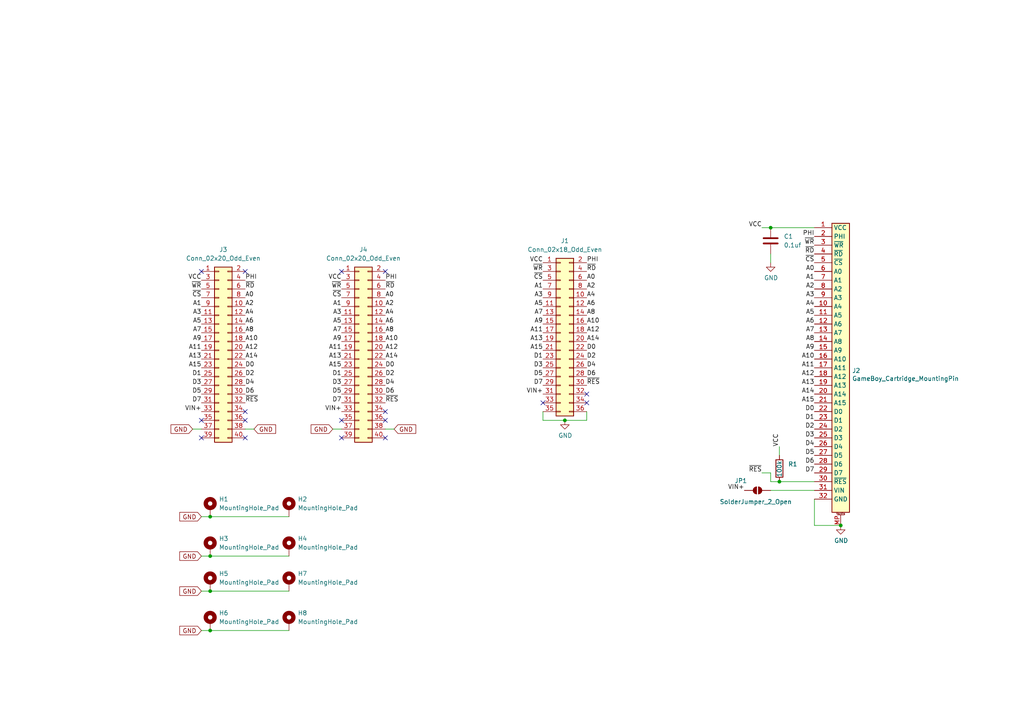
<source format=kicad_sch>
(kicad_sch (version 20231120) (generator "eeschema") (generator_version "8.0")
  (paper "A4")
  (title_block (title "MegaDuck<->GB Adapter") (date "2024-10-23") (rev "v1.1") (company "megaduck.dev"))
  (lib_symbols
    (symbol "Connector_Generic:Conn_02x18_Odd_Even" (pin_names (offset 1.016) hide)
      (property "Reference" "J" (at 1.27 22.86 0))
      (property "Value" "Conn_02x18_Odd_Even" (at 1.27 -25.4 0))
      (symbol "Conn_02x18_Odd_Even_1_1"
        (rectangle (start -1.27 -22.733) (end 0 -22.987) (stroke (width 0.1524)))
        (rectangle (start -1.27 -20.193) (end 0 -20.447) (stroke (width 0.1524)))
        (rectangle (start -1.27 -17.653) (end 0 -17.907) (stroke (width 0.1524)))
        (rectangle (start -1.27 -15.113) (end 0 -15.367) (stroke (width 0.1524)))
        (rectangle (start -1.27 -12.573) (end 0 -12.827) (stroke (width 0.1524)))
        (rectangle (start -1.27 -10.033) (end 0 -10.287) (stroke (width 0.1524)))
        (rectangle (start -1.27 -7.493) (end 0 -7.747) (stroke (width 0.1524)))
        (rectangle (start -1.27 -4.953) (end 0 -5.207) (stroke (width 0.1524)))
        (rectangle (start -1.27 -2.413) (end 0 -2.667) (stroke (width 0.1524)))
        (rectangle (start -1.27 0.127) (end 0 -0.127) (stroke (width 0.1524)))
        (rectangle (start -1.27 2.667) (end 0 2.413) (stroke (width 0.1524)))
        (rectangle (start -1.27 5.207) (end 0 4.953) (stroke (width 0.1524)))
        (rectangle (start -1.27 7.747) (end 0 7.493) (stroke (width 0.1524)))
        (rectangle (start -1.27 10.287) (end 0 10.033) (stroke (width 0.1524)))
        (rectangle (start -1.27 12.827) (end 0 12.573) (stroke (width 0.1524)))
        (rectangle (start -1.27 15.367) (end 0 15.113) (stroke (width 0.1524)))
        (rectangle (start -1.27 17.907) (end 0 17.653) (stroke (width 0.1524)))
        (rectangle (start -1.27 20.447) (end 0 20.193) (stroke (width 0.1524)))
        (rectangle (start -1.27 21.59) (end 3.81 -24.13) (stroke (width 0.254)) (fill (type background)))
        (rectangle (start 3.81 -22.733) (end 2.54 -22.987) (stroke (width 0.1524)))
        (rectangle (start 3.81 -20.193) (end 2.54 -20.447) (stroke (width 0.1524)))
        (rectangle (start 3.81 -17.653) (end 2.54 -17.907) (stroke (width 0.1524)))
        (rectangle (start 3.81 -15.113) (end 2.54 -15.367) (stroke (width 0.1524)))
        (rectangle (start 3.81 -12.573) (end 2.54 -12.827) (stroke (width 0.1524)))
        (rectangle (start 3.81 -10.033) (end 2.54 -10.287) (stroke (width 0.1524)))
        (rectangle (start 3.81 -7.493) (end 2.54 -7.747) (stroke (width 0.1524)))
        (rectangle (start 3.81 -4.953) (end 2.54 -5.207) (stroke (width 0.1524)))
        (rectangle (start 3.81 -2.413) (end 2.54 -2.667) (stroke (width 0.1524)))
        (rectangle (start 3.81 0.127) (end 2.54 -0.127) (stroke (width 0.1524)))
        (rectangle (start 3.81 2.667) (end 2.54 2.413) (stroke (width 0.1524)))
        (rectangle (start 3.81 5.207) (end 2.54 4.953) (stroke (width 0.1524)))
        (rectangle (start 3.81 7.747) (end 2.54 7.493) (stroke (width 0.1524)))
        (rectangle (start 3.81 10.287) (end 2.54 10.033) (stroke (width 0.1524)))
        (rectangle (start 3.81 12.827) (end 2.54 12.573) (stroke (width 0.1524)))
        (rectangle (start 3.81 15.367) (end 2.54 15.113) (stroke (width 0.1524)))
        (rectangle (start 3.81 17.907) (end 2.54 17.653) (stroke (width 0.1524)))
        (rectangle (start 3.81 20.447) (end 2.54 20.193) (stroke (width 0.1524)))
        (pin passive line (at -5.08 20.32 0) (length 3.81) (name "Pin_1") (number "1"))
        (pin passive line (at 7.62 10.16 180) (length 3.81) (name "Pin_10") (number "10"))
        (pin passive line (at -5.08 7.62 0) (length 3.81) (name "Pin_11") (number "11"))
        (pin passive line (at 7.62 7.62 180) (length 3.81) (name "Pin_12") (number "12"))
        (pin passive line (at -5.08 5.08 0) (length 3.81) (name "Pin_13") (number "13"))
        (pin passive line (at 7.62 5.08 180) (length 3.81) (name "Pin_14") (number "14"))
        (pin passive line (at -5.08 2.54 0) (length 3.81) (name "Pin_15") (number "15"))
        (pin passive line (at 7.62 2.54 180) (length 3.81) (name "Pin_16") (number "16"))
        (pin passive line (at -5.08 0 0) (length 3.81) (name "Pin_17") (number "17"))
        (pin passive line (at 7.62 0 180) (length 3.81) (name "Pin_18") (number "18"))
        (pin passive line (at -5.08 -2.54 0) (length 3.81) (name "Pin_19") (number "19"))
        (pin passive line (at 7.62 20.32 180) (length 3.81) (name "Pin_2") (number "2"))
        (pin passive line (at 7.62 -2.54 180) (length 3.81) (name "Pin_20") (number "20"))
        (pin passive line (at -5.08 -5.08 0) (length 3.81) (name "Pin_21") (number "21"))
        (pin passive line (at 7.62 -5.08 180) (length 3.81) (name "Pin_22") (number "22"))
        (pin passive line (at -5.08 -7.62 0) (length 3.81) (name "Pin_23") (number "23"))
        (pin passive line (at 7.62 -7.62 180) (length 3.81) (name "Pin_24") (number "24"))
        (pin passive line (at -5.08 -10.16 0) (length 3.81) (name "Pin_25") (number "25"))
        (pin passive line (at 7.62 -10.16 180) (length 3.81) (name "Pin_26") (number "26"))
        (pin passive line (at -5.08 -12.7 0) (length 3.81) (name "Pin_27") (number "27"))
        (pin passive line (at 7.62 -12.7 180) (length 3.81) (name "Pin_28") (number "28"))
        (pin passive line (at -5.08 -15.24 0) (length 3.81) (name "Pin_29") (number "29"))
        (pin passive line (at -5.08 17.78 0) (length 3.81) (name "Pin_3") (number "3"))
        (pin passive line (at 7.62 -15.24 180) (length 3.81) (name "Pin_30") (number "30"))
        (pin passive line (at -5.08 -17.78 0) (length 3.81) (name "Pin_31") (number "31"))
        (pin passive line (at 7.62 -17.78 180) (length 3.81) (name "Pin_32") (number "32"))
        (pin passive line (at -5.08 -20.32 0) (length 3.81) (name "Pin_33") (number "33"))
        (pin passive line (at 7.62 -20.32 180) (length 3.81) (name "Pin_34") (number "34"))
        (pin passive line (at -5.08 -22.86 0) (length 3.81) (name "Pin_35") (number "35"))
        (pin passive line (at 7.62 -22.86 180) (length 3.81) (name "Pin_36") (number "36"))
        (pin passive line (at 7.62 17.78 180) (length 3.81) (name "Pin_4") (number "4"))
        (pin passive line (at -5.08 15.24 0) (length 3.81) (name "Pin_5") (number "5"))
        (pin passive line (at 7.62 15.24 180) (length 3.81) (name "Pin_6") (number "6"))
        (pin passive line (at -5.08 12.7 0) (length 3.81) (name "Pin_7") (number "7"))
        (pin passive line (at 7.62 12.7 180) (length 3.81) (name "Pin_8") (number "8"))
        (pin passive line (at -5.08 10.16 0) (length 3.81) (name "Pin_9") (number "9"))
      )
    )
    (symbol "Connector_Generic:Conn_02x20_Odd_Even" (pin_names (offset 1.016) hide)
      (property "Reference" "J" (at 1.27 25.4 0))
      (property "Value" "Conn_02x20_Odd_Even" (at 1.27 -27.94 0))
      (symbol "Conn_02x20_Odd_Even_1_1"
        (rectangle (start -1.27 -25.273) (end 0 -25.527) (stroke (width 0.1524)))
        (rectangle (start -1.27 -22.733) (end 0 -22.987) (stroke (width 0.1524)))
        (rectangle (start -1.27 -20.193) (end 0 -20.447) (stroke (width 0.1524)))
        (rectangle (start -1.27 -17.653) (end 0 -17.907) (stroke (width 0.1524)))
        (rectangle (start -1.27 -15.113) (end 0 -15.367) (stroke (width 0.1524)))
        (rectangle (start -1.27 -12.573) (end 0 -12.827) (stroke (width 0.1524)))
        (rectangle (start -1.27 -10.033) (end 0 -10.287) (stroke (width 0.1524)))
        (rectangle (start -1.27 -7.493) (end 0 -7.747) (stroke (width 0.1524)))
        (rectangle (start -1.27 -4.953) (end 0 -5.207) (stroke (width 0.1524)))
        (rectangle (start -1.27 -2.413) (end 0 -2.667) (stroke (width 0.1524)))
        (rectangle (start -1.27 0.127) (end 0 -0.127) (stroke (width 0.1524)))
        (rectangle (start -1.27 2.667) (end 0 2.413) (stroke (width 0.1524)))
        (rectangle (start -1.27 5.207) (end 0 4.953) (stroke (width 0.1524)))
        (rectangle (start -1.27 7.747) (end 0 7.493) (stroke (width 0.1524)))
        (rectangle (start -1.27 10.287) (end 0 10.033) (stroke (width 0.1524)))
        (rectangle (start -1.27 12.827) (end 0 12.573) (stroke (width 0.1524)))
        (rectangle (start -1.27 15.367) (end 0 15.113) (stroke (width 0.1524)))
        (rectangle (start -1.27 17.907) (end 0 17.653) (stroke (width 0.1524)))
        (rectangle (start -1.27 20.447) (end 0 20.193) (stroke (width 0.1524)))
        (rectangle (start -1.27 22.987) (end 0 22.733) (stroke (width 0.1524)))
        (rectangle (start -1.27 24.13) (end 3.81 -26.67) (stroke (width 0.254)) (fill (type background)))
        (rectangle (start 3.81 -25.273) (end 2.54 -25.527) (stroke (width 0.1524)))
        (rectangle (start 3.81 -22.733) (end 2.54 -22.987) (stroke (width 0.1524)))
        (rectangle (start 3.81 -20.193) (end 2.54 -20.447) (stroke (width 0.1524)))
        (rectangle (start 3.81 -17.653) (end 2.54 -17.907) (stroke (width 0.1524)))
        (rectangle (start 3.81 -15.113) (end 2.54 -15.367) (stroke (width 0.1524)))
        (rectangle (start 3.81 -12.573) (end 2.54 -12.827) (stroke (width 0.1524)))
        (rectangle (start 3.81 -10.033) (end 2.54 -10.287) (stroke (width 0.1524)))
        (rectangle (start 3.81 -7.493) (end 2.54 -7.747) (stroke (width 0.1524)))
        (rectangle (start 3.81 -4.953) (end 2.54 -5.207) (stroke (width 0.1524)))
        (rectangle (start 3.81 -2.413) (end 2.54 -2.667) (stroke (width 0.1524)))
        (rectangle (start 3.81 0.127) (end 2.54 -0.127) (stroke (width 0.1524)))
        (rectangle (start 3.81 2.667) (end 2.54 2.413) (stroke (width 0.1524)))
        (rectangle (start 3.81 5.207) (end 2.54 4.953) (stroke (width 0.1524)))
        (rectangle (start 3.81 7.747) (end 2.54 7.493) (stroke (width 0.1524)))
        (rectangle (start 3.81 10.287) (end 2.54 10.033) (stroke (width 0.1524)))
        (rectangle (start 3.81 12.827) (end 2.54 12.573) (stroke (width 0.1524)))
        (rectangle (start 3.81 15.367) (end 2.54 15.113) (stroke (width 0.1524)))
        (rectangle (start 3.81 17.907) (end 2.54 17.653) (stroke (width 0.1524)))
        (rectangle (start 3.81 20.447) (end 2.54 20.193) (stroke (width 0.1524)))
        (rectangle (start 3.81 22.987) (end 2.54 22.733) (stroke (width 0.1524)))
        (pin passive line (at -5.08 22.86 0) (length 3.81) (name "Pin_1") (number "1"))
        (pin passive line (at 7.62 12.7 180) (length 3.81) (name "Pin_10") (number "10"))
        (pin passive line (at -5.08 10.16 0) (length 3.81) (name "Pin_11") (number "11"))
        (pin passive line (at 7.62 10.16 180) (length 3.81) (name "Pin_12") (number "12"))
        (pin passive line (at -5.08 7.62 0) (length 3.81) (name "Pin_13") (number "13"))
        (pin passive line (at 7.62 7.62 180) (length 3.81) (name "Pin_14") (number "14"))
        (pin passive line (at -5.08 5.08 0) (length 3.81) (name "Pin_15") (number "15"))
        (pin passive line (at 7.62 5.08 180) (length 3.81) (name "Pin_16") (number "16"))
        (pin passive line (at -5.08 2.54 0) (length 3.81) (name "Pin_17") (number "17"))
        (pin passive line (at 7.62 2.54 180) (length 3.81) (name "Pin_18") (number "18"))
        (pin passive line (at -5.08 0 0) (length 3.81) (name "Pin_19") (number "19"))
        (pin passive line (at 7.62 22.86 180) (length 3.81) (name "Pin_2") (number "2"))
        (pin passive line (at 7.62 0 180) (length 3.81) (name "Pin_20") (number "20"))
        (pin passive line (at -5.08 -2.54 0) (length 3.81) (name "Pin_21") (number "21"))
        (pin passive line (at 7.62 -2.54 180) (length 3.81) (name "Pin_22") (number "22"))
        (pin passive line (at -5.08 -5.08 0) (length 3.81) (name "Pin_23") (number "23"))
        (pin passive line (at 7.62 -5.08 180) (length 3.81) (name "Pin_24") (number "24"))
        (pin passive line (at -5.08 -7.62 0) (length 3.81) (name "Pin_25") (number "25"))
        (pin passive line (at 7.62 -7.62 180) (length 3.81) (name "Pin_26") (number "26"))
        (pin passive line (at -5.08 -10.16 0) (length 3.81) (name "Pin_27") (number "27"))
        (pin passive line (at 7.62 -10.16 180) (length 3.81) (name "Pin_28") (number "28"))
        (pin passive line (at -5.08 -12.7 0) (length 3.81) (name "Pin_29") (number "29"))
        (pin passive line (at -5.08 20.32 0) (length 3.81) (name "Pin_3") (number "3"))
        (pin passive line (at 7.62 -12.7 180) (length 3.81) (name "Pin_30") (number "30"))
        (pin passive line (at -5.08 -15.24 0) (length 3.81) (name "Pin_31") (number "31"))
        (pin passive line (at 7.62 -15.24 180) (length 3.81) (name "Pin_32") (number "32"))
        (pin passive line (at -5.08 -17.78 0) (length 3.81) (name "Pin_33") (number "33"))
        (pin passive line (at 7.62 -17.78 180) (length 3.81) (name "Pin_34") (number "34"))
        (pin passive line (at -5.08 -20.32 0) (length 3.81) (name "Pin_35") (number "35"))
        (pin passive line (at 7.62 -20.32 180) (length 3.81) (name "Pin_36") (number "36"))
        (pin passive line (at -5.08 -22.86 0) (length 3.81) (name "Pin_37") (number "37"))
        (pin passive line (at 7.62 -22.86 180) (length 3.81) (name "Pin_38") (number "38"))
        (pin passive line (at -5.08 -25.4 0) (length 3.81) (name "Pin_39") (number "39"))
        (pin passive line (at 7.62 20.32 180) (length 3.81) (name "Pin_4") (number "4"))
        (pin passive line (at 7.62 -25.4 180) (length 3.81) (name "Pin_40") (number "40"))
        (pin passive line (at -5.08 17.78 0) (length 3.81) (name "Pin_5") (number "5"))
        (pin passive line (at 7.62 17.78 180) (length 3.81) (name "Pin_6") (number "6"))
        (pin passive line (at -5.08 15.24 0) (length 3.81) (name "Pin_7") (number "7"))
        (pin passive line (at 7.62 15.24 180) (length 3.81) (name "Pin_8") (number "8"))
        (pin passive line (at -5.08 12.7 0) (length 3.81) (name "Pin_9") (number "9"))
      )
    )
    (symbol "Device:C" (pin_numbers hide) (pin_names (offset 0.254))
      (property "Reference" "C" (at 0.635 2.54 0))
      (property "Value" "C" (at 0.635 -2.54 0))
      (symbol "C_0_1"
        (polyline (pts (xy -2.032 -0.762) (xy 2.032 -0.762)) (stroke (width 0.508)))
        (polyline (pts (xy -2.032 0.762) (xy 2.032 0.762)) (stroke (width 0.508)))
      )
      (symbol "C_1_1"
        (pin passive line (at 0 3.81 270) (length 2.794) (name "~") (number "1"))
        (pin passive line (at 0 -3.81 90) (length 2.794) (name "~") (number "2"))
      )
    )
    (symbol "Device:R" (pin_numbers hide) (pin_names (offset 0))
      (property "Reference" "R" (at 2.032 0 90))
      (property "Value" "R" (at 0 0 90))
      (symbol "R_0_1"
        (rectangle (start -1.016 -2.54) (end 1.016 2.54) (stroke (width 0.254)))
      )
      (symbol "R_1_1"
        (pin passive line (at 0 3.81 270) (length 1.27) (name "~") (number "1"))
        (pin passive line (at 0 -3.81 90) (length 1.27) (name "~") (number "2"))
      )
    )
    (symbol "Gekkio_Connector_Specialized:GameBoy_Cartridge_MountingPin"
      (property "Reference" "J" (at 0 43.18 0))
      (property "Value" "GameBoy_Cartridge_MountingPin" (at 1.27 -44.45 0))
      (symbol "GameBoy_Cartridge_MountingPin_0_1"
        (rectangle (start -2.54 41.91) (end 2.54 -41.91) (stroke (width 0.254)) (fill (type background)))
      )
      (symbol "GameBoy_Cartridge_MountingPin_1_1"
        (polyline (pts (xy -1.016 -42.672) (xy 1.016 -42.672)) (stroke (width 0.1524)))
        (text "Mounting" (at 0 -42.291 0) (effects (font (size 0.381 0.381))))
        (pin passive line (at -7.62 40.64 0) (length 5.08) (name "VCC") (number "1"))
        (pin passive line (at -7.62 17.78 0) (length 5.08) (name "A4") (number "10"))
        (pin passive line (at -7.62 15.24 0) (length 5.08) (name "A5") (number "11"))
        (pin passive line (at -7.62 12.7 0) (length 5.08) (name "A6") (number "12"))
        (pin passive line (at -7.62 10.16 0) (length 5.08) (name "A7") (number "13"))
        (pin passive line (at -7.62 7.62 0) (length 5.08) (name "A8") (number "14"))
        (pin passive line (at -7.62 5.08 0) (length 5.08) (name "A9") (number "15"))
        (pin passive line (at -7.62 2.54 0) (length 5.08) (name "A10") (number "16"))
        (pin passive line (at -7.62 0 0) (length 5.08) (name "A11") (number "17"))
        (pin passive line (at -7.62 -2.54 0) (length 5.08) (name "A12") (number "18"))
        (pin passive line (at -7.62 -5.08 0) (length 5.08) (name "A13") (number "19"))
        (pin passive line (at -7.62 38.1 0) (length 5.08) (name "PHI") (number "2"))
        (pin passive line (at -7.62 -7.62 0) (length 5.08) (name "A14") (number "20"))
        (pin passive line (at -7.62 -10.16 0) (length 5.08) (name "A15") (number "21"))
        (pin passive line (at -7.62 -12.7 0) (length 5.08) (name "D0") (number "22"))
        (pin passive line (at -7.62 -15.24 0) (length 5.08) (name "D1") (number "23"))
        (pin passive line (at -7.62 -17.78 0) (length 5.08) (name "D2") (number "24"))
        (pin passive line (at -7.62 -20.32 0) (length 5.08) (name "D3") (number "25"))
        (pin passive line (at -7.62 -22.86 0) (length 5.08) (name "D4") (number "26"))
        (pin passive line (at -7.62 -25.4 0) (length 5.08) (name "D5") (number "27"))
        (pin passive line (at -7.62 -27.94 0) (length 5.08) (name "D6") (number "28"))
        (pin passive line (at -7.62 -30.48 0) (length 5.08) (name "D7") (number "29"))
        (pin passive line (at -7.62 35.56 0) (length 5.08) (name "~{WR}") (number "3"))
        (pin passive line (at -7.62 -33.02 0) (length 5.08) (name "~{RES}") (number "30"))
        (pin passive line (at -7.62 -35.56 0) (length 5.08) (name "VIN") (number "31"))
        (pin passive line (at -7.62 -38.1 0) (length 5.08) (name "GND") (number "32"))
        (pin passive line (at -7.62 33.02 0) (length 5.08) (name "~{RD}") (number "4"))
        (pin passive line (at -7.62 30.48 0) (length 5.08) (name "~{CS}") (number "5"))
        (pin passive line (at -7.62 27.94 0) (length 5.08) (name "A0") (number "6"))
        (pin passive line (at -7.62 25.4 0) (length 5.08) (name "A1") (number "7"))
        (pin passive line (at -7.62 22.86 0) (length 5.08) (name "A2") (number "8"))
        (pin passive line (at -7.62 20.32 0) (length 5.08) (name "A3") (number "9"))
        (pin passive line (at 0 -45.72 90) (length 3.048) (name "~") (number "MP"))
      )
    )
    (symbol "Jumper:SolderJumper_2_Open" (pin_numbers hide) (pin_names (offset 0) hide) (exclude_from_sim yes) (in_bom no)
      (property "Reference" "JP" (at 0 2.032 0))
      (property "Value" "SolderJumper_2_Open" (at 0 -2.54 0))
      (symbol "SolderJumper_2_Open_0_1"
        (arc (start -0.254 1.016) (mid -1.2656 0) (end -0.254 -1.016))
        (arc (start -0.254 1.016) (mid -1.2656 0) (end -0.254 -1.016) (fill (type outline)))
        (polyline (pts (xy -0.254 1.016) (xy -0.254 -1.016)))
        (polyline (pts (xy 0.254 1.016) (xy 0.254 -1.016)))
        (arc (start 0.254 -1.016) (mid 1.2656 0) (end 0.254 1.016))
        (arc (start 0.254 -1.016) (mid 1.2656 0) (end 0.254 1.016) (fill (type outline)))
      )
      (symbol "SolderJumper_2_Open_1_1"
        (pin passive line (at -3.81 0 0) (length 2.54) (name "A") (number "1"))
        (pin passive line (at 3.81 0 180) (length 2.54) (name "B") (number "2"))
      )
    )
    (symbol "Mechanical:MountingHole_Pad" (pin_numbers hide) (pin_names (offset 1.016) hide) (exclude_from_sim yes) (in_bom no)
      (property "Reference" "H" (at 0 6.35 0))
      (property "Value" "MountingHole_Pad" (at 0 4.445 0))
      (symbol "MountingHole_Pad_0_1"
        (circle (center 0 1.27) (radius 1.27) (stroke (width 1.27)))
      )
      (symbol "MountingHole_Pad_1_1"
        (pin input line (at 0 -2.54 90) (length 2.54) (name "1") (number "1"))
      )
    )
    (symbol "power:GND" (power) (pin_names (offset 0))
      (property "Value" "GND" (at 0 -3.81 0))
      (symbol "GND_0_1"
        (polyline (pts (xy 0 0) (xy 0 -1.27) (xy 1.27 -1.27) (xy 0 -2.54) (xy -1.27 -1.27) (xy 0 -1.27)))
      )
      (symbol "GND_1_1"
        (pin power_in line (at 0 0 270) (length 0) hide (name "GND") (number "1"))
      )
    )
  )
  (junction (at 60.96 171.45))
  (junction (at 243.84 152.4))
  (junction (at 60.96 182.88))
  (junction (at 60.96 161.29))
  (junction (at 163.83 121.92))
  (junction (at 226.06 139.7))
  (junction (at 223.52 66.04))
  (junction (at 60.96 149.86))
  (no_connect (at 58.42 78.74))
  (no_connect (at 111.76 127))
  (no_connect (at 71.12 121.92))
  (no_connect (at 170.18 114.3))
  (no_connect (at 71.12 78.74))
  (no_connect (at 111.76 78.74))
  (no_connect (at 111.76 119.38))
  (no_connect (at 71.12 119.38))
  (no_connect (at 111.76 121.92))
  (no_connect (at 71.12 127))
  (no_connect (at 170.18 116.84))
  (no_connect (at 99.06 127))
  (no_connect (at 157.48 116.84))
  (no_connect (at 99.06 78.74))
  (no_connect (at 99.06 121.92))
  (no_connect (at 58.42 121.92))
  (no_connect (at 58.42 127))
  (wire (pts (xy 170.18 119.38) (xy 170.18 121.92)))
  (wire (pts (xy 223.52 66.04) (xy 236.22 66.04)))
  (wire (pts (xy 58.42 149.86) (xy 60.96 149.86)))
  (wire (pts (xy 157.48 121.92) (xy 163.83 121.92)))
  (wire (pts (xy 236.22 152.4) (xy 243.84 152.4)))
  (wire (pts (xy 58.42 171.45) (xy 60.96 171.45)))
  (wire (pts (xy 71.12 124.46) (xy 73.66 124.46)))
  (wire (pts (xy 157.48 119.38) (xy 157.48 121.92)))
  (wire (pts (xy 55.88 124.46) (xy 58.42 124.46)))
  (wire (pts (xy 60.96 182.88) (xy 83.82 182.88)))
  (wire (pts (xy 226.06 139.7) (xy 223.52 139.7)))
  (wire (pts (xy 170.18 121.92) (xy 163.83 121.92)))
  (wire (pts (xy 60.96 149.86) (xy 83.82 149.86)))
  (wire (pts (xy 223.52 137.16) (xy 220.98 137.16)))
  (wire (pts (xy 223.52 142.24) (xy 236.22 142.24)))
  (wire (pts (xy 58.42 161.29) (xy 60.96 161.29)))
  (wire (pts (xy 99.06 124.46) (xy 96.52 124.46)))
  (wire (pts (xy 226.06 129.54) (xy 226.06 132.08)))
  (wire (pts (xy 223.52 139.7) (xy 223.52 137.16)))
  (wire (pts (xy 236.22 139.7) (xy 226.06 139.7)))
  (wire (pts (xy 58.42 182.88) (xy 60.96 182.88)))
  (wire (pts (xy 111.76 124.46) (xy 114.3 124.46)))
  (wire (pts (xy 60.96 171.45) (xy 83.82 171.45)))
  (wire (pts (xy 236.22 144.78) (xy 236.22 152.4)))
  (wire (pts (xy 60.96 161.29) (xy 83.82 161.29)))
  (wire (pts (xy 223.52 76.2) (xy 223.52 73.66)))
  (wire (pts (xy 220.98 66.04) (xy 223.52 66.04)))
  (label "VCC" (at 99.06 81.28 180))
  (label "A7" (at 236.22 96.52 180))
  (label "~{CS}" (at 236.22 76.2 180))
  (label "A8" (at 111.76 96.52 0))
  (label "A12" (at 71.12 101.6 0))
  (label "A8" (at 170.18 91.44 0))
  (label "A12" (at 236.22 109.22 180))
  (label "A11" (at 58.42 101.6 180))
  (label "A5" (at 99.06 93.98 180))
  (label "A6" (at 71.12 93.98 0))
  (label "~{RD}" (at 111.76 83.82 0))
  (label "D0" (at 170.18 101.6 0))
  (label "A6" (at 111.76 93.98 0))
  (label "A3" (at 99.06 91.44 180))
  (label "D6" (at 111.76 114.3 0))
  (label "A10" (at 71.12 99.06 0))
  (label "A3" (at 236.22 86.36 180))
  (label "~{RD}" (at 170.18 78.74 0))
  (label "D1" (at 157.48 104.14 180))
  (label "~{RES}" (at 111.76 116.84 0))
  (label "A13" (at 236.22 111.76 180))
  (label "D4" (at 111.76 111.76 0))
  (label "D2" (at 170.18 104.14 0))
  (label "VCC" (at 220.98 66.04 180))
  (label "A13" (at 99.06 104.14 180))
  (label "~{RES}" (at 170.18 111.76 0))
  (label "A14" (at 236.22 114.3 180))
  (label "A10" (at 111.76 99.06 0))
  (label "D5" (at 99.06 114.3 180))
  (label "D5" (at 236.22 132.08 180))
  (label "A5" (at 58.42 93.98 180))
  (label "PHI" (at 236.22 68.58 180))
  (label "D5" (at 58.42 114.3 180))
  (label "D7" (at 157.48 111.76 180))
  (label "VCC" (at 58.42 81.28 180))
  (label "~{RES}" (at 71.12 116.84 0))
  (label "VCC" (at 157.48 76.2 180))
  (label "A9" (at 58.42 99.06 180))
  (label "D2" (at 111.76 109.22 0))
  (label "D7" (at 58.42 116.84 180))
  (label "D3" (at 58.42 111.76 180))
  (label "A9" (at 236.22 101.6 180))
  (label "A15" (at 236.22 116.84 180))
  (label "A2" (at 170.18 83.82 0))
  (label "A6" (at 170.18 88.9 0))
  (label "A7" (at 99.06 96.52 180))
  (label "D4" (at 71.12 111.76 0))
  (label "A11" (at 157.48 96.52 180))
  (label "~{WR}" (at 99.06 83.82 180))
  (label "D7" (at 236.22 137.16 180))
  (label "D3" (at 236.22 127 180))
  (label "A2" (at 111.76 88.9 0))
  (label "VIN+" (at 58.42 119.38 180))
  (label "A11" (at 99.06 101.6 180))
  (label "A14" (at 170.18 99.06 0))
  (label "A2" (at 236.22 83.82 180))
  (label "A5" (at 157.48 88.9 180))
  (label "~{WR}" (at 157.48 78.74 180))
  (label "A9" (at 157.48 93.98 180))
  (label "A5" (at 236.22 91.44 180))
  (label "A8" (at 236.22 99.06 180))
  (label "VCC" (at 226.06 129.54 90))
  (label "PHI" (at 111.76 81.28 0))
  (label "~{RD}" (at 236.22 73.66 180))
  (label "~{CS}" (at 157.48 81.28 180))
  (label "A0" (at 71.12 86.36 0))
  (label "PHI" (at 71.12 81.28 0))
  (label "D0" (at 71.12 106.68 0))
  (label "D5" (at 157.48 109.22 180))
  (label "A12" (at 170.18 96.52 0))
  (label "A8" (at 71.12 96.52 0))
  (label "VIN+" (at 215.9 142.24 180))
  (label "A4" (at 71.12 91.44 0))
  (label "A15" (at 157.48 101.6 180))
  (label "A1" (at 157.48 83.82 180))
  (label "D2" (at 236.22 124.46 180))
  (label "D0" (at 236.22 119.38 180))
  (label "A10" (at 170.18 93.98 0))
  (label "D6" (at 71.12 114.3 0))
  (label "A3" (at 157.48 86.36 180))
  (label "~{WR}" (at 236.22 71.12 180))
  (label "~{RD}" (at 71.12 83.82 0))
  (label "~{WR}" (at 58.42 83.82 180))
  (label "D1" (at 99.06 109.22 180))
  (label "D3" (at 99.06 111.76 180))
  (label "A2" (at 71.12 88.9 0))
  (label "D3" (at 157.48 106.68 180))
  (label "A4" (at 111.76 91.44 0))
  (label "A1" (at 236.22 81.28 180))
  (label "A14" (at 111.76 104.14 0))
  (label "A14" (at 71.12 104.14 0))
  (label "D1" (at 236.22 121.92 180))
  (label "D4" (at 236.22 129.54 180))
  (label "~{CS}" (at 99.06 86.36 180))
  (label "A6" (at 236.22 93.98 180))
  (label "A1" (at 99.06 88.9 180))
  (label "A10" (at 236.22 104.14 180))
  (label "D7" (at 99.06 116.84 180))
  (label "A1" (at 58.42 88.9 180))
  (label "~{CS}" (at 58.42 86.36 180))
  (label "A11" (at 236.22 106.68 180))
  (label "A7" (at 157.48 91.44 180))
  (label "D6" (at 236.22 134.62 180))
  (label "VIN+" (at 157.48 114.3 180))
  (label "A9" (at 99.06 99.06 180))
  (label "D1" (at 58.42 109.22 180))
  (label "D0" (at 111.76 106.68 0))
  (label "A0" (at 111.76 86.36 0))
  (label "A3" (at 58.42 91.44 180))
  (label "A0" (at 236.22 78.74 180))
  (label "PHI" (at 170.18 76.2 0))
  (label "A7" (at 58.42 96.52 180))
  (label "A15" (at 58.42 106.68 180))
  (label "A4" (at 170.18 86.36 0))
  (label "A13" (at 58.42 104.14 180))
  (label "A12" (at 111.76 101.6 0))
  (label "A15" (at 99.06 106.68 180))
  (label "D4" (at 170.18 106.68 0))
  (label "~{RES}" (at 220.98 137.16 180))
  (label "VIN+" (at 99.06 119.38 180))
  (label "D2" (at 71.12 109.22 0))
  (label "A13" (at 157.48 99.06 180))
  (label "D6" (at 170.18 109.22 0))
  (label "A0" (at 170.18 81.28 0))
  (label "A4" (at 236.22 88.9 180))
  (global_label "GND" (shape input) (at 58.42 149.86 180) (property "Intersheetrefs" "${INTERSHEET_REFS}" (effects (hide yes))))
  (global_label "GND" (shape input) (at 58.42 182.88 180) (property "Intersheetrefs" "${INTERSHEET_REFS}" (effects (hide yes))))
  (global_label "GND" (shape input) (at 58.42 171.45 180) (property "Intersheetrefs" "${INTERSHEET_REFS}" (effects (hide yes))))
  (global_label "GND" (shape input) (at 73.66 124.46 0) (property "Intersheetrefs" "${INTERSHEET_REFS}" (effects (hide yes))))
  (global_label "GND" (shape input) (at 114.3 124.46 0) (property "Intersheetrefs" "${INTERSHEET_REFS}" (effects (hide yes))))
  (global_label "GND" (shape input) (at 55.88 124.46 180) (property "Intersheetrefs" "${INTERSHEET_REFS}" (effects (hide yes))))
  (global_label "GND" (shape input) (at 96.52 124.46 180) (property "Intersheetrefs" "${INTERSHEET_REFS}" (effects (hide yes))))
  (global_label "GND" (shape input) (at 58.42 161.29 180) (property "Intersheetrefs" "${INTERSHEET_REFS}" (effects (hide yes))))
  (symbol (lib_id "Gekkio_Connector_Specialized:GameBoy_Cartridge_MountingPin") (at 243.84 106.68 0) (unit 1)
    (property "Reference" "J2" (at 247.142 107.4928 0) (effects (justify left)))
    (property "Value" "GameBoy_Cartridge_MountingPin" (at 247.142 109.8042 0) (effects (justify left)))
    (property "Footprint" "User:GameBoy_Cartridge_AGS_1x32-1MP_P1.50mm_Socket_Horizontal" (effects (hide yes)))
  )
  (symbol (lib_id "power:GND") (at 243.84 152.4 0) (unit 1)
    (property "Reference" "#PWR016" (effects (hide yes)))
    (property "Value" "GND" (at 243.967 156.7942 0))
  )
  (symbol (lib_id "power:GND") (at 223.52 76.2 0) (unit 1)
    (property "Reference" "#PWR015" (effects (hide yes)))
    (property "Value" "GND" (at 223.647 80.5942 0))
  )
  (symbol (lib_id "Mechanical:MountingHole_Pad") (at 83.82 180.34 0) (unit 1) (exclude_from_sim yes) (in_bom no)
    (property "Reference" "H8" (at 86.36 177.7999 0) (effects (justify left)))
    (property "Value" "MountingHole_Pad" (at 86.36 180.3399 0) (effects (justify left)))
    (property "Footprint" "MountingHole:MountingHole_3mm_Pad_Via" (effects (hide yes)))
    (property "Description" "Mounting Hole with connection" (effects (hide yes)))
  )
  (symbol (lib_id "Device:R") (at 226.06 135.89 0) (unit 1)
    (property "Reference" "R1" (at 228.6 134.6199 0) (effects (justify left)))
    (property "Value" "100k" (at 226.06 138.43 90) (effects (justify left)))
    (property "Footprint" "Resistor_SMD:R_0603_1608Metric" (effects (hide yes)))
    (property "Description" "Resistor" (effects (hide yes)))
  )
  (symbol (lib_id "Connector_Generic:Conn_02x20_Odd_Even") (at 104.14 101.6 0) (unit 1)
    (property "Reference" "J4" (at 105.41 72.39 0))
    (property "Value" "Conn_02x20_Odd_Even" (at 105.41 74.93 0))
    (property "Footprint" "Connector_PinHeader_2.54mm:PinHeader_2x20_P2.54mm_Vertical" (effects (hide yes)))
    (property "Description" "Generic connector, double row, 02x20, odd/even pin numbering scheme (row 1 odd numbers, row 2 even numbers), script generated (kicad-library-utils/schlib/autogen/connector/)" (effects (hide yes)))
  )
  (symbol (lib_id "Mechanical:MountingHole_Pad") (at 83.82 147.32 0) (unit 1) (exclude_from_sim yes) (in_bom no)
    (property "Reference" "H2" (at 86.36 144.7799 0) (effects (justify left)))
    (property "Value" "MountingHole_Pad" (at 86.36 147.3199 0) (effects (justify left)))
    (property "Footprint" "MountingHole:MountingHole_3mm_Pad_Via" (effects (hide yes)))
    (property "Description" "Mounting Hole with connection" (effects (hide yes)))
  )
  (symbol (lib_id "Jumper:SolderJumper_2_Open") (at 219.71 142.24 0) (unit 1) (exclude_from_sim yes) (in_bom no)
    (property "Reference" "JP1" (at 214.884 139.446 0))
    (property "Value" "SolderJumper_2_Open" (at 219.202 145.542 0))
    (property "Footprint" "Jumper:SolderJumper-2_P1.3mm_Open_Pad1.0x1.5mm" (effects (hide yes)))
    (property "Description" "Solder Jumper, 2-pole, open" (effects (hide yes)))
  )
  (symbol (lib_id "Mechanical:MountingHole_Pad") (at 60.96 158.75 0) (unit 1) (exclude_from_sim yes) (in_bom no)
    (property "Reference" "H3" (at 63.5 156.2099 0) (effects (justify left)))
    (property "Value" "MountingHole_Pad" (at 63.5 158.7499 0) (effects (justify left)))
    (property "Footprint" "MountingHole:MountingHole_3mm_Pad_Via" (effects (hide yes)))
    (property "Description" "Mounting Hole with connection" (effects (hide yes)))
  )
  (symbol (lib_id "Connector_Generic:Conn_02x20_Odd_Even") (at 63.5 101.6 0) (unit 1)
    (property "Reference" "J3" (at 64.77 72.39 0))
    (property "Value" "Conn_02x20_Odd_Even" (at 64.77 74.93 0))
    (property "Footprint" "Connector_PinSocket_2.54mm:PinSocket_2x20_P2.54mm_Vertical_SMD" (effects (hide yes)))
    (property "Description" "Generic connector, double row, 02x20, odd/even pin numbering scheme (row 1 odd numbers, row 2 even numbers), script generated (kicad-library-utils/schlib/autogen/connector/)" (effects (hide yes)))
  )
  (symbol (lib_id "Mechanical:MountingHole_Pad") (at 60.96 168.91 0) (unit 1) (exclude_from_sim yes) (in_bom no)
    (property "Reference" "H5" (at 63.5 166.3699 0) (effects (justify left)))
    (property "Value" "MountingHole_Pad" (at 63.5 168.9099 0) (effects (justify left)))
    (property "Footprint" "MountingHole:MountingHole_3mm_Pad_Via" (effects (hide yes)))
    (property "Description" "Mounting Hole with connection" (effects (hide yes)))
  )
  (symbol (lib_id "Device:C") (at 223.52 69.85 0) (unit 1)
    (property "Reference" "C1" (at 227.33 68.5799 0) (effects (justify left)))
    (property "Value" "0.1uf" (at 227.33 71.1199 0) (effects (justify left)))
    (property "Footprint" "Capacitor_SMD:C_0603_1608Metric" (effects (hide yes)))
    (property "Description" "Unpolarized capacitor" (effects (hide yes)))
  )
  (symbol (lib_id "Mechanical:MountingHole_Pad") (at 60.96 147.32 0) (unit 1) (exclude_from_sim yes) (in_bom no)
    (property "Reference" "H1" (at 63.5 144.7799 0) (effects (justify left)))
    (property "Value" "MountingHole_Pad" (at 63.5 147.3199 0) (effects (justify left)))
    (property "Footprint" "MountingHole:MountingHole_3mm_Pad_Via" (effects (hide yes)))
    (property "Description" "Mounting Hole with connection" (effects (hide yes)))
  )
  (symbol (lib_id "Mechanical:MountingHole_Pad") (at 60.96 180.34 0) (unit 1) (exclude_from_sim yes) (in_bom no)
    (property "Reference" "H6" (at 63.5 177.7999 0) (effects (justify left)))
    (property "Value" "MountingHole_Pad" (at 63.5 180.3399 0) (effects (justify left)))
    (property "Footprint" "MountingHole:MountingHole_3mm_Pad_Via" (effects (hide yes)))
    (property "Description" "Mounting Hole with connection" (effects (hide yes)))
  )
  (symbol (lib_id "Connector_Generic:Conn_02x18_Odd_Even") (at 162.56 96.52 0) (unit 1)
    (property "Reference" "J1" (at 163.83 69.85 0))
    (property "Value" "Conn_02x18_Odd_Even" (at 163.83 72.39 0))
    (property "Footprint" "User:Mega_Duck_36_Pin" (effects (hide yes)))
    (property "Description" "Generic connector, double row, 02x18, odd/even pin numbering scheme (row 1 odd numbers, row 2 even numbers), script generated (kicad-library-utils/schlib/autogen/connector/)" (effects (hide yes)))
  )
  (symbol (lib_id "power:GND") (at 163.83 121.92 0) (unit 1)
    (property "Reference" "#PWR01" (effects (hide yes)))
    (property "Value" "GND" (at 163.957 126.3142 0))
  )
  (symbol (lib_id "Mechanical:MountingHole_Pad") (at 83.82 168.91 0) (unit 1) (exclude_from_sim yes) (in_bom no)
    (property "Reference" "H7" (at 86.36 166.3699 0) (effects (justify left)))
    (property "Value" "MountingHole_Pad" (at 86.36 168.9099 0) (effects (justify left)))
    (property "Footprint" "MountingHole:MountingHole_3mm_Pad_Via" (effects (hide yes)))
    (property "Description" "Mounting Hole with connection" (effects (hide yes)))
  )
  (symbol (lib_id "Mechanical:MountingHole_Pad") (at 83.82 158.75 0) (unit 1) (exclude_from_sim yes) (in_bom no)
    (property "Reference" "H4" (at 86.36 156.2099 0) (effects (justify left)))
    (property "Value" "MountingHole_Pad" (at 86.36 158.7499 0) (effects (justify left)))
    (property "Footprint" "MountingHole:MountingHole_3mm_Pad_Via" (effects (hide yes)))
    (property "Description" "Mounting Hole with connection" (effects (hide yes)))
  )
)
</source>
